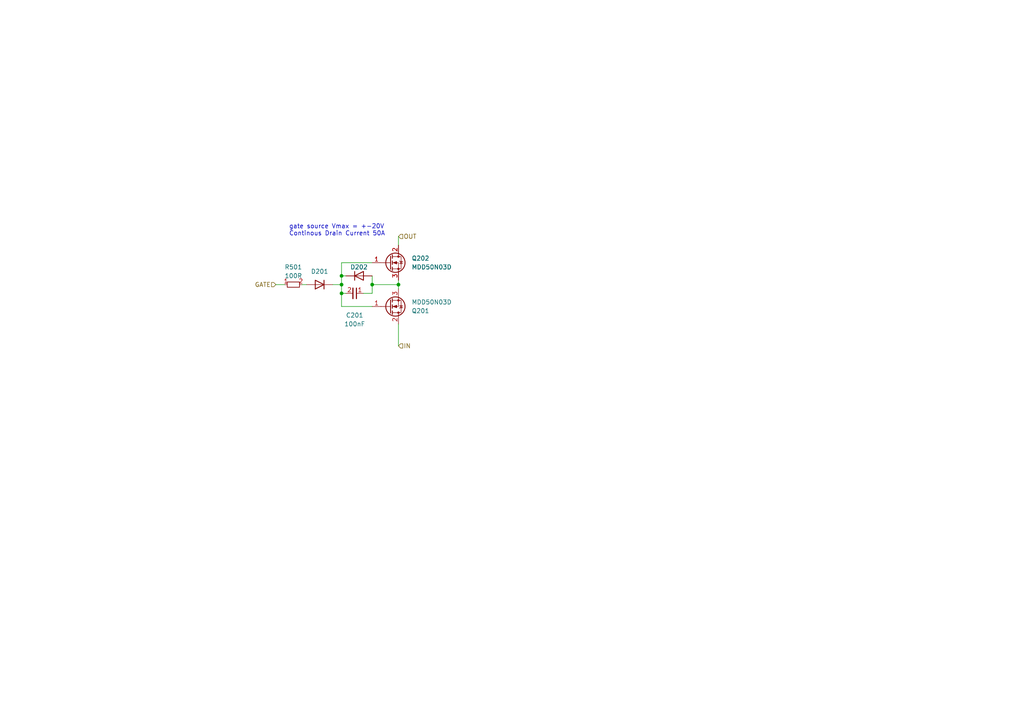
<source format=kicad_sch>
(kicad_sch (version 20230121) (generator eeschema)
  (paper "A4")
  (lib_symbols
    (symbol "Transistor_FET:QM6006D" (pin_names hide)
      (property "Reference" "Q" (at 5.08 1.905 0))
      (property "Value" "QM6006D" (at 5.08 0 0))
      (symbol "QM6006D_0_1"
        (polyline (pts (xy 0.254 0) (xy -2.54 0)))
        (polyline (pts (xy 0.254 1.905) (xy 0.254 -1.905)) (stroke (width 0.254)))
        (polyline (pts (xy 0.762 -1.27) (xy 0.762 -2.286)) (stroke (width 0.254)))
        (polyline (pts (xy 0.762 0.508) (xy 0.762 -0.508)) (stroke (width 0.254)))
        (polyline (pts (xy 0.762 2.286) (xy 0.762 1.27)) (stroke (width 0.254)))
        (polyline (pts (xy 2.54 2.54) (xy 2.54 1.778)))
        (polyline (pts (xy 2.54 -2.54) (xy 2.54 0) (xy 0.762 0)))
        (polyline (pts (xy 0.762 -1.778) (xy 3.302 -1.778) (xy 3.302 1.778) (xy 0.762 1.778)))
        (polyline (pts (xy 1.016 0) (xy 2.032 0.381) (xy 2.032 -0.381) (xy 1.016 0)) (fill (type outline)))
        (polyline (pts (xy 2.794 0.508) (xy 2.921 0.381) (xy 3.683 0.381) (xy 3.81 0.254)))
        (polyline (pts (xy 3.302 0.381) (xy 2.921 -0.254) (xy 3.683 -0.254) (xy 3.302 0.381)))
        (circle (center 1.651 0) (radius 2.794) (stroke (width 0.254)))
        (circle (center 2.54 -1.778) (radius 0.254) (fill (type outline)))
        (circle (center 2.54 1.778) (radius 0.254) (fill (type outline)))
      )
      (symbol "QM6006D_1_1"
        (pin input line (at -5.08 0 0) (length 2.54) (name "G") (number "1"))
        (pin passive line (at 2.54 5.08 270) (length 2.54) (name "D") (number "2"))
        (pin passive line (at 2.54 -5.08 90) (length 2.54) (name "S") (number "3"))
      )
    )
    (symbol "capacitor_miscellaneous:C_0402_100nF"
      (property "Reference" "C" (at 1.27 2.54 0))
      (property "Value" "100nF" (at 3.81 -2.54 0))
      (symbol "C_0402_100nF_0_1"
        (polyline (pts (xy -1.524 -0.508) (xy 1.524 -0.508)) (stroke (width 0.3302)))
        (polyline (pts (xy -1.524 0.508) (xy 1.524 0.508)) (stroke (width 0.3048)))
      )
      (symbol "C_0402_100nF_1_1"
        (pin passive line (at 0 2.54 270) (length 2.032) (name "~") (number "1"))
        (pin passive line (at 0 -2.54 90) (length 2.032) (name "~") (number "2"))
      )
    )
    (symbol "custom_kicad_lib_sk:1N4148WS" (pin_numbers hide) (pin_names hide)
      (property "Reference" "D" (at 0 2.54 0))
      (property "Value" "1N4148WS" (at 0 -2.54 0))
      (symbol "1N4148WS_0_1"
        (polyline (pts (xy -1.27 1.27) (xy -1.27 -1.27)) (stroke (width 0.254)))
        (polyline (pts (xy 1.27 0) (xy -1.27 0)))
        (polyline (pts (xy 1.27 1.27) (xy 1.27 -1.27) (xy -1.27 0) (xy 1.27 1.27)) (stroke (width 0.254)))
      )
      (symbol "1N4148WS_1_1"
        (pin passive line (at -3.81 0 0) (length 2.54) (name "K") (number "1"))
        (pin passive line (at 3.81 0 180) (length 2.54) (name "A") (number "2"))
      )
    )
    (symbol "resistors_0603:R_100R_0603"
      (property "Reference" "R" (at 1.27 2.54 0))
      (property "Value" "100R" (at 2.54 -2.54 0))
      (symbol "R_100R_0603_0_1"
        (rectangle (start -0.762 1.778) (end 0.762 -1.778) (stroke (width 0.2032)))
      )
      (symbol "R_100R_0603_1_1"
        (pin passive line (at 0 2.54 270) (length 0.762) (name "~") (number "1"))
        (pin passive line (at 0 -2.54 90) (length 0.762) (name "~") (number "2"))
      )
    )
  )
  (junction (at 99.06 82.55))
  (junction (at 99.06 85.09))
  (junction (at 107.95 82.55))
  (junction (at 115.57 82.55))
  (junction (at 99.06 80.01))
  (wire (pts (xy 96.52 82.55) (xy 99.06 82.55)))
  (wire (pts (xy 99.06 88.9) (xy 107.95 88.9)))
  (wire (pts (xy 99.06 85.09) (xy 100.33 85.09)))
  (wire (pts (xy 99.06 76.2) (xy 107.95 76.2)))
  (wire (pts (xy 99.06 80.01) (xy 99.06 82.55)))
  (wire (pts (xy 115.57 82.55) (xy 115.57 83.82)))
  (wire (pts (xy 107.95 82.55) (xy 107.95 80.01)))
  (wire (pts (xy 107.95 85.09) (xy 107.95 82.55)))
  (wire (pts (xy 99.06 82.55) (xy 99.06 85.09)))
  (wire (pts (xy 99.06 88.9) (xy 99.06 85.09)))
  (wire (pts (xy 115.57 93.98) (xy 115.57 100.33)))
  (wire (pts (xy 87.63 82.55) (xy 88.9 82.55)))
  (wire (pts (xy 80.01 82.55) (xy 82.55 82.55)))
  (wire (pts (xy 115.57 68.58) (xy 115.57 71.12)))
  (wire (pts (xy 115.57 81.28) (xy 115.57 82.55)))
  (wire (pts (xy 105.41 85.09) (xy 107.95 85.09)))
  (wire (pts (xy 99.06 76.2) (xy 99.06 80.01)))
  (wire (pts (xy 107.95 82.55) (xy 115.57 82.55)))
  (wire (pts (xy 99.06 80.01) (xy 100.33 80.01)))
  (text "gate source Vmax = +-20V\nContinous Drain Current 50A" (at 83.82 68.58 0) (effects (font (size 1.27 1.27)) (justify left bottom)))
  (hierarchical_label "IN" (shape input) (at 115.57 100.33 0))
  (hierarchical_label "GATE" (shape input) (at 80.01 82.55 180))
  (hierarchical_label "OUT" (shape input) (at 115.57 68.58 0))
  (symbol (lib_id "resistors_0603:R_100R_0603") (at 85.09 82.55 90) (unit 1)
    (property "Reference" "R501" (at 85.09 77.47 90))
    (property "Value" "100R" (at 85.09 80.01 90))
    (property "Footprint" "custom_kicad_lib_sk:R_0603_smalltext" (effects hide))
    (property "JLCPCB Part#" "C22775" (effects hide))
    (instances (project "turningLoopMosfet" (path "" (reference "R501") (unit 1)) (path "" (reference "R201") (unit 1)) (path "" (reference "R301") (unit 1)) (path "" (reference "R401") (unit 1))))
  )
  (symbol (lib_id "capacitor_miscellaneous:C_0402_100nF") (at 102.87 85.09 270) (unit 1)
    (property "Reference" "C201" (at 102.87 91.44 90))
    (property "Value" "100nF" (at 102.87 93.98 90))
    (property "Footprint" "Capacitor_SMD:C_0402_1005Metric" (effects hide))
    (property "JLCPCB Part#" "C307331" (effects hide))
    (instances (project "turningLoopMosfet" (path "" (reference "C201") (unit 1)) (path "" (reference "C301") (unit 1)) (path "" (reference "C401") (unit 1)) (path "" (reference "C501") (unit 1))))
  )
  (symbol (lib_id "Transistor_FET:QM6006D") (at 113.03 76.2 0) (unit 1)
    (property "Reference" "Q202" (at 119.38 74.93 0) (effects (justify left)))
    (property "Value" "MDD50N03D" (at 119.38 77.47 0) (effects (justify left)))
    (property "Footprint" "Package_TO_SOT_SMD:TO-252-2" (effects hide))
    (property "Datasheet" "http://www.jaolen.com/images/pdf/QM6006D.pdf" (effects hide))
    (property "JLCPCB Part#" "C5357578" (effects hide))
    (instances (project "turningLoopMosfet" (path "" (reference "Q202") (unit 1)) (path "" (reference "Q302") (unit 1)) (path "" (reference "Q402") (unit 1)) (path "" (reference "Q502") (unit 1))))
  )
  (symbol (lib_id "custom_kicad_lib_sk:1N4148WS") (at 104.14 80.01 0) (unit 1)
    (property "Reference" "D202" (at 104.14 77.47 0))
    (property "Value" "1N4148WS" (effects hide))
    (property "Footprint" "Diode_SMD:D_SOD-323" (effects hide))
    (property "Datasheet" "https://www.vishay.com/docs/85751/1n4148ws.pdf" (effects hide))
    (property "Sim.Device" "D" (effects hide))
    (property "Sim.Pins" "1=K 2=A" (effects hide))
    (property "JLCPCB Part#" "C2128" (effects hide))
    (instances (project "turningLoopMosfet" (path "" (reference "D202") (unit 1)) (path "" (reference "D302") (unit 1)) (path "" (reference "D402") (unit 1)) (path "" (reference "D502") (unit 1))))
  )
  (symbol (lib_id "custom_kicad_lib_sk:1N4148WS") (at 92.71 82.55 180) (unit 1)
    (property "Reference" "D201" (at 92.71 78.74 0))
    (property "Value" "1N4148WS" (effects hide))
    (property "Footprint" "Diode_SMD:D_SOD-323" (effects hide))
    (property "Datasheet" "https://www.vishay.com/docs/85751/1n4148ws.pdf" (effects hide))
    (property "Sim.Device" "D" (effects hide))
    (property "Sim.Pins" "1=K 2=A" (effects hide))
    (property "JLCPCB Part#" "C2128" (effects hide))
    (instances (project "turningLoopMosfet" (path "" (reference "D201") (unit 1)) (path "" (reference "D301") (unit 1)) (path "" (reference "D401") (unit 1)) (path "" (reference "D501") (unit 1))))
  )
  (symbol (lib_id "Transistor_FET:QM6006D") (at 113.03 88.9 0) (mirror x) (unit 1)
    (property "Reference" "Q201" (at 119.38 90.17 0) (effects (justify left)))
    (property "Value" "MDD50N03D" (at 119.38 87.63 0) (effects (justify left)))
    (property "Footprint" "Package_TO_SOT_SMD:TO-252-2" (effects hide))
    (property "Datasheet" "http://www.jaolen.com/images/pdf/QM6006D.pdf" (effects hide))
    (property "JLCPCB Part#" "C5357578" (effects hide))
    (instances (project "turningLoopMosfet" (path "" (reference "Q201") (unit 1)) (path "" (reference "Q301") (unit 1)) (path "" (reference "Q401") (unit 1)) (path "" (reference "Q501") (unit 1))))
  )
)
</source>
